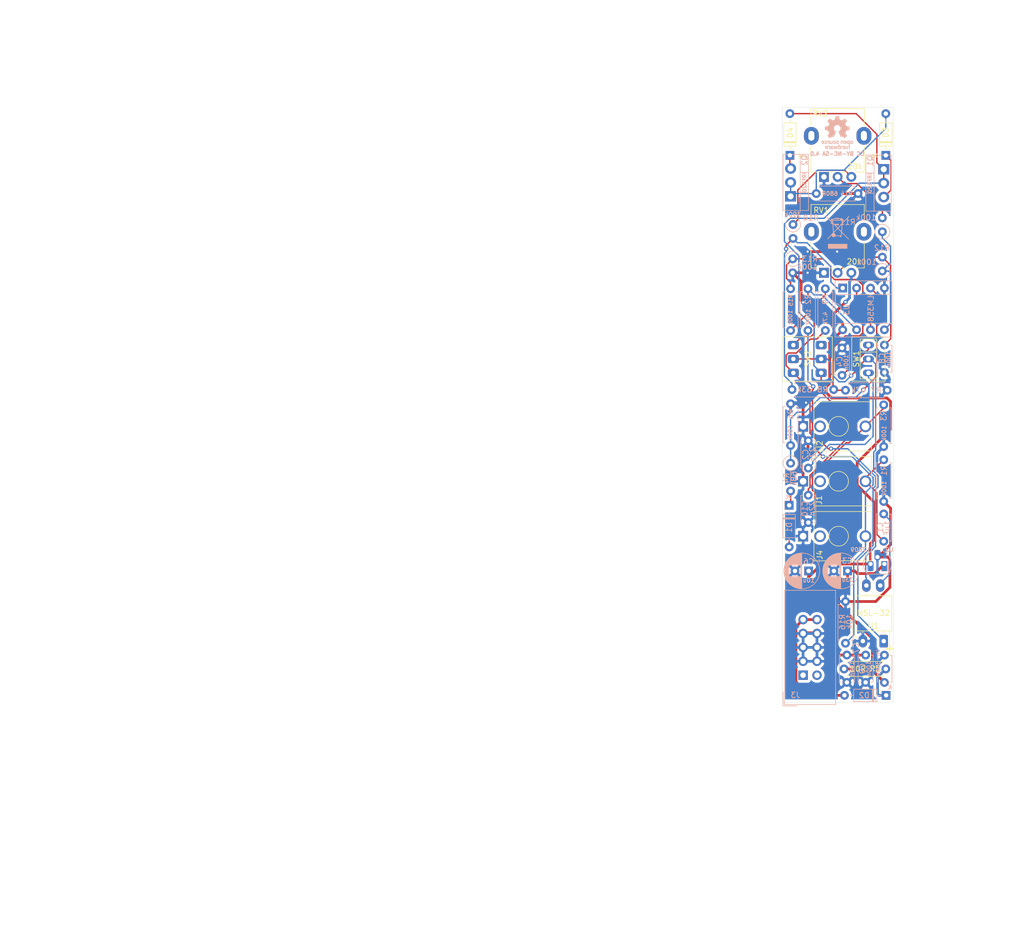
<source format=kicad_pcb>
(kicad_pcb (version 20171130) (host pcbnew "(5.1.4)-1")
  (layers (0 F.Cu signal) (31 B.Cu signal) (34 B.Paste user) (35 F.Paste user) (36 B.SilkS user) (37 F.SilkS user) (38 B.Mask user) (39 F.Mask user) (44 Edge.Cuts user))
  (net 0 "")
  (net 1 "Net-(C1-Pad2)")
  (net 2 "Net-(C1-Pad1)")
  (net 3 Earth)
  (net 4 "Net-(C2-Pad1)")
  (net 5 "Net-(C3-Pad1)")
  (net 6 "Net-(C4-Pad1)")
  (net 7 +9V)
  (net 8 "Net-(C8-Pad1)")
  (net 9 "Net-(C10-Pad1)")
  (net 10 "Net-(D1-Pad2)")
  (net 11 "Net-(D1-Pad1)")
  (net 12 "Net-(D2-Pad2)")
  (net 13 +12V)
  (net 14 "Net-(D3-Pad2)")
  (net 15 "Net-(D3-Pad1)")
  (net 16 "Net-(D4-Pad1)")
  (net 17 "Net-(J4-PadT)")
  (net 18 FREQUENCY)
  (net 19 "Net-(R2-Pad1)")
  (net 20 "Net-(R4-Pad1)")
  (net 21 "Net-(R7-Pad2)")
  (net 22 "Net-(R10-Pad2)")
  (net 23 "Net-(R9-Pad2)")
  (net 24 "Net-(R10-Pad1)")
  (net 25 "Net-(R11-Pad2)")
  (net 26 "Net-(R11-Pad1)")
  (net 27 "Net-(R13-Pad1)")
  (net 28 "Net-(SW1-Pad2)")
  (net 29 "Net-(SW2-Pad6)")
  (net 30 "Net-(J3-Pad2)")
  (net 31 "Net-(J3-Pad1)")
  (module Symbol:WEEE-Logo_4.2x6mm_SilkScreen (layer B.Cu) (at 229.8192 59.8932 180)
    (fp_text reference J26 hide)
    (fp_text value WEEE hide)
  )
  (module Symbol:OSHW-Logo_5.7x6mm_SilkScreen (layer B.Cu) (at 229.7684 41.7068 180)
    (fp_text reference J27 hide)
    (fp_text value OSHW hide)
  )
  (module Capacitor_THT:C_Disc_D4.7mm_W2.5mm_P5.00mm (layer B.Cu) (at 238.379 142.1765 90)
    (fp_text reference C5 (at 5.588 -1.143 270) (layer B.SilkS) (effects (font (size 0.5 0.5) (thickness 0.1)) (justify mirror)))
    (fp_text value 330n (at 2.54 -1.143 270) (layer B.SilkS) (effects (font (size 0.75 0.75)) (justify mirror)))
    (pad 2 thru_hole circle (at 5 0 90) (size 1.6 1.6) (drill 0.8) (layers *.Cu *.Mask) (net 3 Earth))
    (pad 1 thru_hole circle (at 0 0 90) (size 1.6 1.6) (drill 0.8) (layers *.Cu *.Mask) (net 5 "Net-(C3-Pad1)"))
  )
  (module Resistor_THT:R_Axial_DIN0207_L6.3mm_D2.5mm_P5.08mm_Vertical (layer B.Cu) (at 221.234 102.108 270)
    (fp_text reference R4 (at 2.7305 0.762 90) (layer B.SilkS) (effects (justify mirror)))
    (fp_text value 68k (at 2.794 -0.635 90) (layer B.SilkS) (effects (justify mirror)))
    (pad 2 thru_hole oval (at 5.08 0 270) (size 1.6 1.6) (drill 0.8) (layers *.Cu *.Mask) (net 11 "Net-(D1-Pad1)"))
    (pad 1 thru_hole circle (at 0 0 270) (size 1.6 1.6) (drill 0.8) (layers *.Cu *.Mask) (net 20 "Net-(R4-Pad1)"))
  )
  (module Resistor_THT:R_Axial_DIN0207_L6.3mm_D2.5mm_P2.54mm_Vertical (layer B.Cu) (at 221.615 64.77 270)
    (fp_text reference R13 (at 0 -3.1115 180) (layer B.SilkS) (effects (justify mirror)))
    (fp_text value 100k (at 1.4605 -2.7305 180) (layer B.SilkS) (effects (justify mirror)))
    (pad 2 thru_hole oval (at 2.54 0 270) (size 1.6 1.6) (drill 0.8) (layers *.Cu *.Mask) (net 3 Earth))
    (pad 1 thru_hole circle (at 0 0 270) (size 1.6 1.6) (drill 0.8) (layers *.Cu *.Mask) (net 27 "Net-(R13-Pad1)"))
  )
  (module Resistor_THT:R_Axial_DIN0207_L6.3mm_D2.5mm_P2.54mm_Vertical (layer B.Cu) (at 237.998 66.9925 90)
    (fp_text reference R12 (at 4.2545 -0.0635 180) (layer B.SilkS) (effects (justify mirror)))
    (fp_text value 100k (at 1.651 -2.8575 180) (layer B.SilkS) (effects (justify mirror)))
    (pad 2 thru_hole oval (at 2.54 0 90) (size 1.6 1.6) (drill 0.8) (layers *.Cu *.Mask) (net 8 "Net-(C8-Pad1)"))
    (pad 1 thru_hole circle (at 0 0 90) (size 1.6 1.6) (drill 0.8) (layers *.Cu *.Mask) (net 26 "Net-(R11-Pad1)"))
  )
  (module Resistor_THT:R_Axial_DIN0207_L6.3mm_D2.5mm_P2.54mm_Vertical (layer B.Cu) (at 237.998 59.817 90)
    (fp_text reference R11 (at 1.778 -6.35 180) (layer B.SilkS) (effects (justify mirror)))
    (fp_text value 100k (at 2.6035 -2.9845 180) (layer B.SilkS) (effects (justify mirror)))
    (pad 2 thru_hole oval (at 2.54 0 90) (size 1.6 1.6) (drill 0.8) (layers *.Cu *.Mask) (net 25 "Net-(R11-Pad2)"))
    (pad 1 thru_hole circle (at 0 0 90) (size 1.6 1.6) (drill 0.8) (layers *.Cu *.Mask) (net 26 "Net-(R11-Pad1)"))
  )
  (module Resistor_THT:R_Axial_DIN0207_L6.3mm_D2.5mm_P2.54mm_Vertical (layer B.Cu) (at 221.6785 58.4835 270)
    (fp_text reference R10 (at -1.2065 -3.2385 180) (layer B.SilkS) (effects (justify mirror)))
    (fp_text value 390k (at -1.8415 0 180) (layer B.SilkS) (effects (font (size 0.8 0.8)) (justify mirror)))
    (pad 2 thru_hole oval (at 2.54 0 270) (size 1.6 1.6) (drill 0.8) (layers *.Cu *.Mask) (net 22 "Net-(R10-Pad2)"))
    (pad 1 thru_hole circle (at 0 0 270) (size 1.6 1.6) (drill 0.8) (layers *.Cu *.Mask) (net 24 "Net-(R10-Pad1)"))
  )
  (module Connector_Audio:Jack_3.5mm_QingPu_WQP-PJ398SM_Vertical_CircularHoles (layer F.Cu) (at 223.52 105.41 90)
    (fp_text reference J1 (at -3.429 2.921 270) (layer F.SilkS))
    (fp_text value AudioJack2)
    (pad T thru_hole circle (at 0 11.4 270) (size 2.13 2.13) (drill 1.43) (layers *.Cu *.Mask) (net 1 "Net-(C1-Pad2)"))
    (pad S thru_hole rect (at 0 0 270) (size 1.93 1.83) (drill 1.22) (layers *.Cu *.Mask) (net 3 Earth))
    (pad TN thru_hole circle (at 0 3.1 270) (size 2.13 2.13) (drill 1.42) (layers *.Cu *.Mask))
  )
  (module Resistor_THT:R_Axial_DIN0207_L6.3mm_D2.5mm_P7.62mm_Horizontal (layer B.Cu) (at 231.267 135.001 90)
    (fp_text reference R16 (at 3.8735 -0.5715 90) (layer B.SilkS) (effects (justify mirror)))
    (fp_text value 10k (at 3.937 0.6985 90) (layer B.SilkS) (effects (justify mirror)))
    (pad 2 thru_hole oval (at 7.62 0 90) (size 1.6 1.6) (drill 0.8) (layers *.Cu *.Mask) (net 3 Earth))
    (pad 1 thru_hole circle (at 0 0 90) (size 1.6 1.6) (drill 0.8) (layers *.Cu *.Mask) (net 17 "Net-(J4-PadT)"))
  )
  (module Resistor_THT:R_Axial_DIN0207_L6.3mm_D2.5mm_P7.62mm_Horizontal (layer B.Cu) (at 221.234 98.8695 90)
    (fp_text reference R6 (at 5.715 0 90) (layer B.SilkS) (effects (justify mirror)))
    (fp_text value 100k (at 2.3495 -0.0635 90) (layer B.SilkS) (effects (font (size 0.75 0.75)) (justify mirror)))
    (pad 2 thru_hole oval (at 7.62 0 90) (size 1.6 1.6) (drill 0.8) (layers *.Cu *.Mask) (net 3 Earth))
    (pad 1 thru_hole circle (at 0 0 90) (size 1.6 1.6) (drill 0.8) (layers *.Cu *.Mask) (net 20 "Net-(R4-Pad1)"))
  )
  (module Resistor_THT:R_Axial_DIN0207_L6.3mm_D2.5mm_P7.62mm_Horizontal (layer B.Cu) (at 221.234 77.851 90)
    (fp_text reference R15 (at 5.5245 0 90) (layer B.SilkS) (effects (font (size 0.75 0.75)) (justify mirror)))
    (fp_text value 100k (at 2.3495 -0.0635 90) (layer B.SilkS) (effects (font (size 0.75 0.75)) (justify mirror)))
    (pad 2 thru_hole oval (at 7.62 0 90) (size 1.6 1.6) (drill 0.8) (layers *.Cu *.Mask) (net 27 "Net-(R13-Pad1)"))
    (pad 1 thru_hole circle (at 0 0 90) (size 1.6 1.6) (drill 0.8) (layers *.Cu *.Mask) (net 18 FREQUENCY))
  )
  (module Resistor_THT:R_Axial_DIN0207_L6.3mm_D2.5mm_P7.62mm_Horizontal (layer B.Cu) (at 238.252 101.473 270)
    (fp_text reference R1 (at 1.9685 -0.0635 90) (layer B.SilkS) (effects (justify mirror)))
    (fp_text value 100k (at 5.2705 -0.0635 90) (layer B.SilkS) (effects (font (size 0.75 0.75)) (justify mirror)))
    (pad 2 thru_hole oval (at 7.62 0 270) (size 1.6 1.6) (drill 0.8) (layers *.Cu *.Mask) (net 3 Earth))
    (pad 1 thru_hole circle (at 0 0 270) (size 1.6 1.6) (drill 0.8) (layers *.Cu *.Mask) (net 1 "Net-(C1-Pad2)"))
  )
  (module Resistor_THT:R_Axial_DIN0207_L6.3mm_D2.5mm_P7.62mm_Horizontal (layer B.Cu) (at 238.252 91.44 270)
    (fp_text reference R3 (at 1.9685 0 90) (layer B.SilkS) (effects (justify mirror)))
    (fp_text value 100k (at 5.207 -0.0635 90) (layer B.SilkS) (effects (font (size 0.75 0.75)) (justify mirror)))
    (pad 2 thru_hole oval (at 7.62 0 270) (size 1.6 1.6) (drill 0.8) (layers *.Cu *.Mask) (net 3 Earth))
    (pad 1 thru_hole circle (at 0 0 270) (size 1.6 1.6) (drill 0.8) (layers *.Cu *.Mask) (net 10 "Net-(D1-Pad2)"))
  )
  (module Resistor_THT:R_Axial_DIN0207_L6.3mm_D2.5mm_P7.62mm_Horizontal (layer B.Cu) (at 221.488 88.646)
    (fp_text reference R8 (at 5.588 0) (layer B.SilkS) (effects (justify mirror)))
    (fp_text value 33k (at 2.286 0) (layer B.SilkS) (effects (justify mirror)))
    (pad 2 thru_hole oval (at 7.62 0) (size 1.6 1.6) (drill 0.8) (layers *.Cu *.Mask) (net 21 "Net-(R7-Pad2)"))
    (pad 1 thru_hole circle (at 0 0) (size 1.6 1.6) (drill 0.8) (layers *.Cu *.Mask) (net 22 "Net-(R10-Pad2)"))
  )
  (module Resistor_THT:R_Axial_DIN0207_L6.3mm_D2.5mm_P7.62mm_Horizontal (layer B.Cu) (at 238.887 88.773 180)
    (fp_text reference R7 (at 2.032 0) (layer B.SilkS) (effects (justify mirror)))
    (fp_text value 47k (at 5.207 0) (layer B.SilkS) (effects (justify mirror)))
    (pad 2 thru_hole oval (at 7.62 0 180) (size 1.6 1.6) (drill 0.8) (layers *.Cu *.Mask) (net 21 "Net-(R7-Pad2)"))
    (pad 1 thru_hole circle (at 0 0 180) (size 1.6 1.6) (drill 0.8) (layers *.Cu *.Mask) (net 3 Earth))
  )
  (module Package_DIP:DIP-8_W7.62mm_Socket (layer B.Cu) (at 230.759 70.104 270)
    (fp_text reference U3 (at 3.937 -0.6985 90) (layer B.SilkS) (effects (justify mirror)))
    (fp_text value LM358 (at 3.7465 -5.1435 90) (layer B.SilkS) (effects (justify mirror)))
    (pad 8 thru_hole oval (at 7.62 0 270) (size 1.6 1.6) (drill 0.8) (layers *.Cu *.Mask) (net 7 +9V))
    (pad 4 thru_hole oval (at 0 -7.62 270) (size 1.6 1.6) (drill 0.8) (layers *.Cu *.Mask) (net 3 Earth))
    (pad 7 thru_hole oval (at 7.62 -2.54 270) (size 1.6 1.6) (drill 0.8) (layers *.Cu *.Mask) (net 18 FREQUENCY))
    (pad 3 thru_hole oval (at 0 -5.08 270) (size 1.6 1.6) (drill 0.8) (layers *.Cu *.Mask) (net 20 "Net-(R4-Pad1)"))
    (pad 6 thru_hole oval (at 7.62 -5.08 270) (size 1.6 1.6) (drill 0.8) (layers *.Cu *.Mask) (net 27 "Net-(R13-Pad1)"))
    (pad 2 thru_hole oval (at 0 -2.54 270) (size 1.6 1.6) (drill 0.8) (layers *.Cu *.Mask) (net 21 "Net-(R7-Pad2)"))
    (pad 5 thru_hole oval (at 7.62 -7.62 270) (size 1.6 1.6) (drill 0.8) (layers *.Cu *.Mask) (net 26 "Net-(R11-Pad1)"))
    (pad 1 thru_hole rect (at 0 0 270) (size 1.6 1.6) (drill 0.8) (layers *.Cu *.Mask) (net 22 "Net-(R10-Pad2)"))
  )
  (module Package_TO_SOT_THT:TO-92_HandSolder (layer B.Cu) (at 238.379 120.523 180)
    (fp_text reference U2 (at -0.889 2.6035) (layer B.SilkS) (effects (font (size 0.75 0.75)) (justify mirror)))
    (fp_text value L7809 (at 4.445 2.6035) (layer B.SilkS) (effects (font (size 0.75 0.75)) (justify mirror)))
    (pad 1 thru_hole rect (at 0 0 180) (size 1.1 1.8) (drill 0.75 (offset 0 -0.4)) (layers *.Cu *.Mask) (net 5 "Net-(C3-Pad1)"))
    (pad 3 thru_hole roundrect (at 2.54 0 180) (size 1.1 1.8) (drill 0.75 (offset 0 -0.4)) (layers *.Cu *.Mask) (net 7 +9V))
    (pad 2 thru_hole roundrect (at 1.27 1.27 180) (size 1.1 1.8) (drill 0.75 (offset 0 0.4)) (layers *.Cu *.Mask) (net 3 Earth))
  )
  (module OptoDevice:Luna_NSL-32 (layer F.Cu) (at 238.252 134.62 90)
    (fp_text reference U1 (at 2.794 -1.905) (layer F.SilkS))
    (fp_text value NSL-32 (at 5.13 -1.8415) (layer F.SilkS))
    (pad 4 thru_hole oval (at 10.16 -0.64 90) (size 2.29 1.57) (drill 0.81) (layers *.Cu *.Mask) (net 2 "Net-(C1-Pad1)"))
    (pad 3 thru_hole oval (at 10.16 -3.17 90) (size 2.29 1.57) (drill 0.81) (layers *.Cu *.Mask) (net 28 "Net-(SW1-Pad2)"))
    (pad 2 thru_hole oval (at 0 -3.81 90) (size 2.29 1.57) (drill 0.81) (layers *.Cu *.Mask) (net 3 Earth))
    (pad 1 thru_hole roundrect (at 0 0 90) (size 2.29 1.57) (drill 0.81) (layers *.Cu *.Mask) (roundrect_rratio 0.159) (net 19 "Net-(R2-Pad1)"))
  )
  (module RS:submicrothonk (layer F.Cu) (at 224.155 83.058)
    (fp_text reference SW2 (at 0.1905 -0.0635 90) (layer F.SilkS))
    (fp_text value SW_DPDT_x2)
    (pad 6 thru_hole roundrect (at 2.667 -2.54) (size 2 1.524) (drill 0.8) (layers *.Cu *.Mask) (net 29 "Net-(SW2-Pad6)"))
    (pad 5 thru_hole roundrect (at 2.667 0) (size 2 1.524) (drill 0.8) (layers *.Cu *.Mask) (net 28 "Net-(SW1-Pad2)"))
    (pad 4 thru_hole roundrect (at 2.667 2.54) (size 2 1.524) (drill 0.8) (layers *.Cu *.Mask) (net 9 "Net-(C10-Pad1)"))
    (pad 3 thru_hole roundrect (at -2.413 -2.54) (size 2 1.524) (drill 0.8) (layers *.Cu *.Mask) (net 23 "Net-(R9-Pad2)"))
    (pad 2 thru_hole roundrect (at -2.413 0) (size 2 1.524) (drill 0.8) (layers *.Cu *.Mask) (net 28 "Net-(SW1-Pad2)"))
    (pad 1 thru_hole roundrect (at -2.413 2.54) (size 2 1.524) (drill 0.8) (layers *.Cu *.Mask) (net 17 "Net-(J4-PadT)"))
  )
  (module RS:sub-mini-spdt-thonk (layer F.Cu) (at 235.331 83.058 180)
    (fp_text reference SW1 (at 2.0955 0 270) (layer F.SilkS))
    (fp_text value SW_SPDT)
    (pad 3 thru_hole oval (at -0.127 -2.54 270) (size 1.2 2) (drill 0.8) (layers *.Cu *.Mask) (net 4 "Net-(C2-Pad1)"))
    (pad 2 thru_hole oval (at -0.127 0 270) (size 1.2 2) (drill 0.8) (layers *.Cu *.Mask) (net 28 "Net-(SW1-Pad2)"))
    (pad 1 thru_hole oval (at -0.127 2.54 270) (size 1.2 2) (drill 0.8) (layers *.Cu *.Mask) (net 6 "Net-(C4-Pad1)"))
  )
  (module Potentiometer_THT:Potentiometer_Alpha_RD901F-40-00D_Single_Vertical (layer F.Cu) (at 227.33 49.784 90)
    (fp_text reference RV2 (at 11.557 -0.6985) (layer F.SilkS))
    (fp_text value 20k (at 1.905 5.6515) (layer F.SilkS))
    (pad "" thru_hole oval (at 7.5 -2.3 180) (size 2.72 3.24) (drill oval 1.1 1.8) (layers *.Cu *.Mask))
    (pad "" thru_hole oval (at 7.5 7.3 180) (size 2.72 3.24) (drill oval 1.1 1.8) (layers *.Cu *.Mask))
    (pad 3 thru_hole circle (at 0 5 180) (size 1.8 1.8) (drill 1) (layers *.Cu *.Mask) (net 24 "Net-(R10-Pad1)"))
    (pad 2 thru_hole circle (at 0 2.5 180) (size 1.8 1.8) (drill 1) (layers *.Cu *.Mask) (net 25 "Net-(R11-Pad2)"))
    (pad 1 thru_hole rect (at 0 0 180) (size 1.8 1.8) (drill 1) (layers *.Cu *.Mask) (net 3 Earth))
  )
  (module Potentiometer_THT:Potentiometer_Alpha_RD901F-40-00D_Single_Vertical (layer F.Cu) (at 227.33 67.31 90)
    (fp_text reference RV1 (at 11.43 -0.508) (layer F.SilkS))
    (fp_text value 20k (at 2.032 5.5245) (layer F.SilkS))
    (pad "" thru_hole oval (at 7.5 -2.3 180) (size 2.72 3.24) (drill oval 1.1 1.8) (layers *.Cu *.Mask))
    (pad "" thru_hole oval (at 7.5 7.3 180) (size 2.72 3.24) (drill oval 1.1 1.8) (layers *.Cu *.Mask))
    (pad 3 thru_hole circle (at 0 5 180) (size 1.8 1.8) (drill 1) (layers *.Cu *.Mask) (net 7 +9V))
    (pad 2 thru_hole circle (at 0 2.5 180) (size 1.8 1.8) (drill 1) (layers *.Cu *.Mask) (net 8 "Net-(C8-Pad1)"))
    (pad 1 thru_hole rect (at 0 0 180) (size 1.8 1.8) (drill 1) (layers *.Cu *.Mask) (net 3 Earth))
  )
  (module Resistor_THT:R_Axial_DIN0207_L6.3mm_D2.5mm_P7.62mm_Horizontal (layer B.Cu) (at 233.553 52.832 180)
    (fp_text reference R14 (at 2.0955 0) (layer B.SilkS) (effects (font (size 0.75 0.75)) (justify mirror)))
    (fp_text value 680R (at 5.1435 0) (layer B.SilkS) (effects (font (size 0.75 0.75)) (justify mirror)))
    (pad 2 thru_hole oval (at 7.62 0 180) (size 1.6 1.6) (drill 0.8) (layers *.Cu *.Mask) (net 14 "Net-(D3-Pad2)"))
    (pad 1 thru_hole circle (at 0 0 180) (size 1.6 1.6) (drill 0.8) (layers *.Cu *.Mask) (net 3 Earth))
  )
  (module Resistor_THT:R_Axial_DIN0207_L6.3mm_D2.5mm_P7.62mm_Horizontal (layer B.Cu) (at 227.584 77.851 90)
    (fp_text reference R9 (at 5.715 0 90) (layer B.SilkS) (effects (justify mirror)))
    (fp_text value 4.7k (at 2.2225 0 90) (layer B.SilkS) (effects (font (size 0.75 0.75)) (justify mirror)))
    (pad 2 thru_hole oval (at 7.62 0 90) (size 1.6 1.6) (drill 0.8) (layers *.Cu *.Mask) (net 23 "Net-(R9-Pad2)"))
    (pad 1 thru_hole circle (at 0 0 90) (size 1.6 1.6) (drill 0.8) (layers *.Cu *.Mask) (net 17 "Net-(J4-PadT)"))
  )
  (module Resistor_THT:R_Axial_DIN0207_L6.3mm_D2.5mm_P7.62mm_Horizontal (layer F.Cu) (at 231.013 139.7)
    (fp_text reference R5 (at 5.715 -0.0635) (layer F.SilkS))
    (fp_text value 10R (at 2.54 0) (layer F.SilkS))
    (pad 2 thru_hole oval (at 7.62 0) (size 1.6 1.6) (drill 0.8) (layers *.Cu *.Mask) (net 13 +12V))
    (pad 1 thru_hole circle (at 0 0) (size 1.6 1.6) (drill 0.8) (layers *.Cu *.Mask) (net 5 "Net-(C3-Pad1)"))
  )
  (module Resistor_THT:R_Axial_DIN0207_L6.3mm_D2.5mm_P7.62mm_Horizontal (layer B.Cu) (at 224.409 77.851 90)
    (fp_text reference R2 (at 5.715 0 90) (layer B.SilkS) (effects (justify mirror)))
    (fp_text value 100R (at 2.4765 0.0635 90) (layer B.SilkS) (effects (font (size 0.75 0.75)) (justify mirror)))
    (pad 2 thru_hole oval (at 7.62 0 90) (size 1.6 1.6) (drill 0.8) (layers *.Cu *.Mask) (net 18 FREQUENCY))
    (pad 1 thru_hole circle (at 0 0 90) (size 1.6 1.6) (drill 0.8) (layers *.Cu *.Mask) (net 19 "Net-(R2-Pad1)"))
  )
  (module Package_TO_SOT_THT:TO-220-3_Vertical (layer B.Cu) (at 221.234 53.34 90)
    (fp_text reference Q2 (at 6.604 2.54 90) (layer B.SilkS) (effects (justify mirror)))
    (fp_text value IRF520 (at 2.54 2.54 90) (layer B.SilkS) (effects (font (size 0.7 0.7)) (justify mirror)))
    (pad 3 thru_hole oval (at 5.08 0 90) (size 1.905 2) (drill 1.1) (layers *.Cu *.Mask) (net 16 "Net-(D4-Pad1)"))
    (pad 2 thru_hole oval (at 2.54 0 90) (size 1.905 2) (drill 1.1) (layers *.Cu *.Mask) (net 14 "Net-(D3-Pad2)"))
    (pad 1 thru_hole rect (at 0 0 90) (size 1.905 2) (drill 1.1) (layers *.Cu *.Mask) (net 14 "Net-(D3-Pad2)"))
  )
  (module Package_TO_SOT_THT:TO-220-3_Vertical (layer B.Cu) (at 238.252 48.387 270)
    (fp_text reference Q1 (at -1.524 2.4765 270) (layer B.SilkS) (effects (justify mirror)))
    (fp_text value IRF520 (at 2.54 2.54 90) (layer B.SilkS) (effects (font (size 0.7 0.7)) (justify mirror)))
    (pad 3 thru_hole oval (at 5.08 0 270) (size 1.905 2) (drill 1.1) (layers *.Cu *.Mask) (net 15 "Net-(D3-Pad1)"))
    (pad 2 thru_hole oval (at 2.54 0 270) (size 1.905 2) (drill 1.1) (layers *.Cu *.Mask) (net 9 "Net-(C10-Pad1)"))
    (pad 1 thru_hole rect (at 0 0 270) (size 1.905 2) (drill 1.1) (layers *.Cu *.Mask) (net 9 "Net-(C10-Pad1)"))
  )
  (module Connector_Audio:Jack_3.5mm_QingPu_WQP-PJ398SM_Vertical_CircularHoles (layer F.Cu) (at 223.52 115.443 90)
    (fp_text reference J4 (at -3.429 3.048 270) (layer F.SilkS))
    (fp_text value AudioJack2)
    (pad T thru_hole circle (at 0 11.4 270) (size 2.13 2.13) (drill 1.43) (layers *.Cu *.Mask) (net 17 "Net-(J4-PadT)"))
    (pad S thru_hole rect (at 0 0 270) (size 1.93 1.83) (drill 1.22) (layers *.Cu *.Mask) (net 3 Earth))
    (pad TN thru_hole circle (at 0 3.1 270) (size 2.13 2.13) (drill 1.42) (layers *.Cu *.Mask))
  )
  (module Connector_IDC:IDC-Header_2x05_P2.54mm_Vertical (layer B.Cu) (at 223.52 140.843)
    (fp_text reference J3 (at -1.397 3.6195) (layer B.SilkS) (effects (justify mirror)))
    (fp_text value Conn_02x05_Odd_Even)
    (pad 10 thru_hole oval (at 2.54 -10.16) (size 1.7272 1.7272) (drill 1.016) (layers *.Cu *.Mask) (net 12 "Net-(D2-Pad2)"))
    (pad 9 thru_hole oval (at 0 -10.16) (size 1.7272 1.7272) (drill 1.016) (layers *.Cu *.Mask) (net 12 "Net-(D2-Pad2)"))
    (pad 8 thru_hole oval (at 2.54 -7.62) (size 1.7272 1.7272) (drill 1.016) (layers *.Cu *.Mask) (net 3 Earth))
    (pad 7 thru_hole oval (at 0 -7.62) (size 1.7272 1.7272) (drill 1.016) (layers *.Cu *.Mask) (net 3 Earth))
    (pad 6 thru_hole oval (at 2.54 -5.08) (size 1.7272 1.7272) (drill 1.016) (layers *.Cu *.Mask) (net 3 Earth))
    (pad 5 thru_hole oval (at 0 -5.08) (size 1.7272 1.7272) (drill 1.016) (layers *.Cu *.Mask) (net 3 Earth))
    (pad 4 thru_hole oval (at 2.54 -2.54) (size 1.7272 1.7272) (drill 1.016) (layers *.Cu *.Mask) (net 3 Earth))
    (pad 3 thru_hole oval (at 0 -2.54) (size 1.7272 1.7272) (drill 1.016) (layers *.Cu *.Mask) (net 3 Earth))
    (pad 2 thru_hole oval (at 2.54 0) (size 1.7272 1.7272) (drill 1.016) (layers *.Cu *.Mask) (net 30 "Net-(J3-Pad2)"))
    (pad 1 thru_hole rect (at 0 0) (size 1.7272 1.7272) (drill 1.016) (layers *.Cu *.Mask) (net 31 "Net-(J3-Pad1)"))
  )
  (module Connector_Audio:Jack_3.5mm_QingPu_WQP-PJ398SM_Vertical_CircularHoles (layer F.Cu) (at 223.52 95.377 90)
    (fp_text reference J2 (at -3.429 3.048 270) (layer F.SilkS))
    (fp_text value AudioJack2)
    (pad T thru_hole circle (at 0 11.4 270) (size 2.13 2.13) (drill 1.43) (layers *.Cu *.Mask) (net 10 "Net-(D1-Pad2)"))
    (pad S thru_hole rect (at 0 0 270) (size 1.93 1.83) (drill 1.22) (layers *.Cu *.Mask) (net 3 Earth))
    (pad TN thru_hole circle (at 0 3.1 270) (size 2.13 2.13) (drill 1.42) (layers *.Cu *.Mask))
  )
  (module Diode_THT:D_DO-35_SOD27_P7.62mm_Horizontal (layer F.Cu) (at 221.107 45.847 90)
    (fp_text reference D4 (at 4.1275 0.0635 270) (layer F.SilkS))
    (fp_text value 1N34A)
    (fp_text user K (at 0 2.0955 270) (layer F.SilkS))
    (pad 2 thru_hole oval (at 7.62 0 90) (size 1.6 1.6) (drill 0.8) (layers *.Cu *.Mask) (net 9 "Net-(C10-Pad1)"))
    (pad 1 thru_hole rect (at 0 0 90) (size 1.6 1.6) (drill 0.8) (layers *.Cu *.Mask) (net 16 "Net-(D4-Pad1)"))
  )
  (module Diode_THT:D_DO-35_SOD27_P7.62mm_Horizontal (layer F.Cu) (at 238.633 45.847 90)
    (fp_text reference D3 (at 4.191 0 270) (layer F.SilkS))
    (fp_text value 1N34A)
    (fp_text user K (at 0 -1.9685 270) (layer F.SilkS))
    (pad 2 thru_hole oval (at 7.62 0 90) (size 1.6 1.6) (drill 0.8) (layers *.Cu *.Mask) (net 14 "Net-(D3-Pad2)"))
    (pad 1 thru_hole rect (at 0 0 90) (size 1.6 1.6) (drill 0.8) (layers *.Cu *.Mask) (net 15 "Net-(D3-Pad1)"))
  )
  (module Diode_THT:D_DO-35_SOD27_P7.62mm_Horizontal (layer B.Cu) (at 238.6965 144.526 180)
    (fp_text reference D2 (at 4.0005 0) (layer B.SilkS) (effects (justify mirror)))
    (fp_text value D_Schottky)
    (fp_text user K (at -0.6985 1.4605) (layer B.SilkS) (effects (font (size 0.75 0.75)) (justify mirror)))
    (pad 2 thru_hole oval (at 7.62 0 180) (size 1.6 1.6) (drill 0.8) (layers *.Cu *.Mask) (net 12 "Net-(D2-Pad2)"))
    (pad 1 thru_hole rect (at 0 0 180) (size 1.6 1.6) (drill 0.8) (layers *.Cu *.Mask) (net 13 +12V))
  )
  (module Diode_THT:D_DO-35_SOD27_P7.62mm_Horizontal (layer B.Cu) (at 220.98 109.7915 270)
    (fp_text reference D1 (at 4.064 0 90) (layer B.SilkS) (effects (justify mirror)))
    (fp_text value 1N4148)
    (fp_text user K (at -1.4605 0 90) (layer B.SilkS) (effects (justify mirror)))
    (pad 2 thru_hole oval (at 7.62 0 270) (size 1.6 1.6) (drill 0.8) (layers *.Cu *.Mask) (net 10 "Net-(D1-Pad2)"))
    (pad 1 thru_hole rect (at 0 0 270) (size 1.6 1.6) (drill 0.8) (layers *.Cu *.Mask) (net 11 "Net-(D1-Pad1)"))
  )
  (module Capacitor_THT:C_Disc_D4.7mm_W2.5mm_P5.00mm (layer B.Cu) (at 224.4725 107.95 270)
    (fp_text reference C10 (at 2.4765 0.635 90) (layer B.SilkS) (effects (justify mirror)))
    (fp_text value 22n (at 2.413 -0.6985 90) (layer B.SilkS) (effects (justify mirror)))
    (pad 2 thru_hole circle (at 5 0 270) (size 1.6 1.6) (drill 0.8) (layers *.Cu *.Mask) (net 3 Earth))
    (pad 1 thru_hole circle (at 0 0 270) (size 1.6 1.6) (drill 0.8) (layers *.Cu *.Mask) (net 9 "Net-(C10-Pad1)"))
  )
  (module Capacitor_THT:C_Disc_D4.7mm_W2.5mm_P5.00mm (layer B.Cu) (at 234.95 137.16 270)
    (fp_text reference C9 (at 2.4765 0.5715 270) (layer B.SilkS) (effects (justify mirror)))
    (fp_text value 100n (at 2.54 -0.5715 270) (layer B.SilkS) (effects (font (size 0.75 0.75)) (justify mirror)))
    (pad 2 thru_hole circle (at 5 0 270) (size 1.6 1.6) (drill 0.8) (layers *.Cu *.Mask) (net 3 Earth))
    (pad 1 thru_hole circle (at 0 0 270) (size 1.6 1.6) (drill 0.8) (layers *.Cu *.Mask) (net 7 +9V))
  )
  (module Capacitor_THT:C_Disc_D4.7mm_W2.5mm_P5.00mm (layer B.Cu) (at 238.379 80.518 270)
    (fp_text reference C8 (at 2.413 0.4445 90) (layer B.SilkS) (effects (justify mirror)))
    (fp_text value 100n (at 2.6035 -0.762 90) (layer B.SilkS) (effects (font (size 0.75 0.75)) (justify mirror)))
    (pad 2 thru_hole circle (at 5 0 270) (size 1.6 1.6) (drill 0.8) (layers *.Cu *.Mask) (net 3 Earth))
    (pad 1 thru_hole circle (at 0 0 270) (size 1.6 1.6) (drill 0.8) (layers *.Cu *.Mask) (net 8 "Net-(C8-Pad1)"))
  )
  (module Capacitor_THT:C_Disc_D4.7mm_W2.5mm_P5.00mm (layer B.Cu) (at 231.521 137.16 270)
    (fp_text reference C7 (at -1.27 -1.651 270) (layer B.SilkS) (effects (justify mirror)))
    (fp_text value 100n (at 2.54 -0.889 270) (layer B.SilkS) (effects (font (size 0.75 0.75)) (justify mirror)))
    (pad 2 thru_hole circle (at 5 0 270) (size 1.6 1.6) (drill 0.8) (layers *.Cu *.Mask) (net 3 Earth))
    (pad 1 thru_hole circle (at 0 0 270) (size 1.6 1.6) (drill 0.8) (layers *.Cu *.Mask) (net 7 +9V))
  )
  (module Capacitor_THT:CP_Radial_D6.3mm_P2.50mm (layer B.Cu) (at 224.536 121.793 180)
    (fp_text reference C6 (at 0 1.7145) (layer B.SilkS) (effects (justify mirror)))
    (fp_text value 10u (at 0 -1.7145) (layer B.SilkS) (effects (font (size 0.75 0.75)) (justify mirror)))
    (pad 2 thru_hole circle (at 2.5 0 180) (size 1.6 1.6) (drill 0.8) (layers *.Cu *.Mask) (net 3 Earth))
    (pad 1 thru_hole rect (at 0 0 180) (size 1.6 1.6) (drill 0.8) (layers *.Cu *.Mask) (net 7 +9V))
  )
  (module Capacitor_THT:C_Disc_D4.7mm_W2.5mm_P5.00mm (layer B.Cu) (at 230.632 86.0425 90)
    (fp_text reference C4 (at 2.5 -0.4445 90) (layer B.SilkS) (effects (justify mirror)))
    (fp_text value 100n (at 2.3495 0.762 90) (layer B.SilkS) (effects (font (size 0.75 0.75)) (justify mirror)))
    (pad 2 thru_hole circle (at 5 0 90) (size 1.6 1.6) (drill 0.8) (layers *.Cu *.Mask) (net 3 Earth))
    (pad 1 thru_hole circle (at 0 0 90) (size 1.6 1.6) (drill 0.8) (layers *.Cu *.Mask) (net 6 "Net-(C4-Pad1)"))
  )
  (module Capacitor_THT:CP_Radial_D6.3mm_P2.50mm (layer B.Cu) (at 231.648 121.793 180)
    (fp_text reference C3 (at 0.0635 1.8415) (layer B.SilkS) (effects (justify mirror)))
    (fp_text value 33u (at 0 -1.5875) (layer B.SilkS) (effects (font (size 0.75 0.75)) (justify mirror)))
    (pad 2 thru_hole circle (at 2.5 0 180) (size 1.6 1.6) (drill 0.8) (layers *.Cu *.Mask) (net 3 Earth))
    (pad 1 thru_hole rect (at 0 0 180) (size 1.6 1.6) (drill 0.8) (layers *.Cu *.Mask) (net 5 "Net-(C3-Pad1)"))
  )
  (module Capacitor_THT:C_Disc_D4.7mm_W2.5mm_P5.00mm (layer B.Cu) (at 224.4725 102.997 90)
    (fp_text reference C2 (at 2.4765 -0.508 90) (layer B.SilkS) (effects (justify mirror)))
    (fp_text value 22n (at 2.4765 0.762 90) (layer B.SilkS) (effects (justify mirror)))
    (pad 2 thru_hole circle (at 5 0 90) (size 1.6 1.6) (drill 0.8) (layers *.Cu *.Mask) (net 3 Earth))
    (pad 1 thru_hole circle (at 0 0 90) (size 1.6 1.6) (drill 0.8) (layers *.Cu *.Mask) (net 4 "Net-(C2-Pad1)"))
  )
  (module Capacitor_THT:C_Disc_D4.7mm_W2.5mm_P5.00mm (layer B.Cu) (at 238.252 111.379 270)
    (fp_text reference C1 (at 2.5 0.635 90) (layer B.SilkS) (effects (justify mirror)))
    (fp_text value 1uF (at 2.6035 -0.5715 90) (layer B.SilkS) (effects (justify mirror)))
    (pad 2 thru_hole circle (at 5 0 270) (size 1.6 1.6) (drill 0.8) (layers *.Cu *.Mask) (net 1 "Net-(C1-Pad2)"))
    (pad 1 thru_hole circle (at 0 0 270) (size 1.6 1.6) (drill 0.8) (layers *.Cu *.Mask) (net 2 "Net-(C1-Pad1)"))
  )
  (gr_text "CC BY-NC-SA 4.0" (at 229.7684 45.5676) (layer B.SilkS) (effects (font (size 0.7 0.7) (thickness 0.175)) (justify mirror)))
  (gr_text - (at 232.9815 133.7945) (layer F.SilkS) (effects (font (size 1 1))))
  (gr_line (start 232.982 132.75) (end 232.9815 133.477) (layer F.SilkS) (width 0.12))
  (gr_text + (at 239.3315 135.89) (layer F.SilkS) (effects (font (size 1.5 1.5) (thickness 0.3))))
  (gr_line (start 219.71 145.796) (end 240.03 145.796) (layer Edge.Cuts) (width 0.05))
  (gr_line (start 219.71 37.084) (end 219.71 145.796) (layer Edge.Cuts) (width 0.05))
  (gr_line (start 240.03 37.084) (end 240.03 145.796) (layer Edge.Cuts) (width 0.05))
  (gr_line (start 219.71 37.084) (end 240.03 37.084) (layer Edge.Cuts) (width 0.05))
  (segment (start 234.92 104.805) (end 234.92 105.41) (width 0.25) (layer F.Cu) (net 1))
  (segment (start 238.252 101.473) (end 234.92 104.805) (width 0.25) (layer F.Cu) (net 1))
  (segment (start 237.010012 115.137012) (end 237.452001 115.579001) (width 0.25) (layer F.Cu) (net 1))
  (segment (start 237.452001 115.579001) (end 238.252 116.379) (width 0.25) (layer F.Cu) (net 1))
  (segment (start 237.010012 107.500012) (end 237.010012 115.137012) (width 0.25) (layer F.Cu) (net 1))
  (segment (start 234.92 105.41) (end 237.010012 107.500012) (width 0.25) (layer F.Cu) (net 1))
  (segment (start 239.051999 112.178999) (end 238.252 111.379) (width 0.25) (layer B.Cu) (net 2))
  (segment (start 239.377001 112.504001) (end 239.051999 112.178999) (width 0.25) (layer B.Cu) (net 2))
  (segment (start 239.377001 122.334999) (end 239.377001 112.504001) (width 0.25) (layer B.Cu) (net 2))
  (segment (start 237.612 124.1) (end 239.377001 122.334999) (width 0.25) (layer B.Cu) (net 2))
  (segment (start 237.612 124.46) (end 237.612 124.1) (width 0.25) (layer B.Cu) (net 2))
  (segment (start 237.228002 119.253) (end 237.109 119.253) (width 0.5) (layer F.Cu) (net 3))
  (segment (start 239.502001 116.979001) (end 237.228002 119.253) (width 0.5) (layer F.Cu) (net 3))
  (segment (start 239.502001 110.343001) (end 239.502001 116.979001) (width 0.5) (layer F.Cu) (net 3))
  (segment (start 238.252 109.093) (end 239.502001 110.343001) (width 0.5) (layer F.Cu) (net 3))
  (segment (start 232.39837 127.381) (end 231.267 127.381) (width 0.5) (layer F.Cu) (net 3))
  (segment (start 236.797567 127.381) (end 232.39837 127.381) (width 0.5) (layer F.Cu) (net 3))
  (segment (start 239.379001 124.799566) (end 236.797567 127.381) (width 0.5) (layer F.Cu) (net 3))
  (segment (start 239.379001 119.662999) (end 239.379001 124.799566) (width 0.5) (layer F.Cu) (net 3))
  (segment (start 238.969002 119.253) (end 239.379001 119.662999) (width 0.5) (layer F.Cu) (net 3))
  (segment (start 237.109 119.253) (end 238.969002 119.253) (width 0.5) (layer F.Cu) (net 3))
  (segment (start 223.158999 103.583999) (end 223.52 103.945) (width 0.5) (layer F.Cu) (net 3))
  (segment (start 223.52 103.945) (end 223.52 105.41) (width 0.5) (layer F.Cu) (net 3))
  (segment (start 223.158999 102.026191) (end 223.158999 103.583999) (width 0.5) (layer F.Cu) (net 3))
  (segment (start 224.409 100.77619) (end 223.158999 102.026191) (width 0.5) (layer F.Cu) (net 3))
  (segment (start 224.409 97.997) (end 224.409 100.77619) (width 0.5) (layer F.Cu) (net 3))
  (segment (start 223.52 97.0445) (end 224.4725 97.997) (width 0.5) (layer F.Cu) (net 3))
  (segment (start 223.52 95.377) (end 223.52 97.0445) (width 0.5) (layer F.Cu) (net 3))
  (segment (start 223.52 133.096) (end 226.06 133.096) (width 0.5) (layer F.Cu) (net 3))
  (segment (start 231.431999 81.842499) (end 230.632 81.0425) (width 0.5) (layer B.Cu) (net 3))
  (segment (start 236.127437 81.842499) (end 231.431999 81.842499) (width 0.5) (layer B.Cu) (net 3))
  (segment (start 237.579001 83.294063) (end 236.127437 81.842499) (width 0.5) (layer B.Cu) (net 3))
  (segment (start 237.579001 84.718001) (end 237.579001 83.294063) (width 0.5) (layer B.Cu) (net 3))
  (segment (start 238.379 85.518) (end 237.579001 84.718001) (width 0.5) (layer B.Cu) (net 3))
  (segment (start 239.178999 86.317999) (end 239.178999 86.651999) (width 0.5) (layer B.Cu) (net 3))
  (segment (start 238.379 85.518) (end 239.178999 86.317999) (width 0.5) (layer B.Cu) (net 3))
  (segment (start 239.178999 86.651999) (end 239.3315 86.8045) (width 0.5) (layer B.Cu) (net 3))
  (segment (start 221.615 67.31) (end 222.74637 67.31) (width 0.5) (layer F.Cu) (net 3))
  (segment (start 222.74637 67.31) (end 224.3455 67.31) (width 0.5) (layer F.Cu) (net 3))
  (segment (start 224.3455 67.31) (end 224.3455 67.31) (width 0.5) (layer F.Cu) (net 3))
  (via (at 224.3455 67.31) (size 0.8) (drill 0.4) (layers F.Cu B.Cu) (net 3))
  (segment (start 224.3455 67.31) (end 224.3455 63.4365) (width 0.5) (layer B.Cu) (net 3))
  (segment (start 224.3455 63.4365) (end 224.3455 63.4365) (width 0.5) (layer B.Cu) (net 3))
  (via (at 224.3455 63.4365) (size 0.8) (drill 0.4) (layers F.Cu B.Cu) (net 3))
  (segment (start 224.3455 63.4365) (end 229.743 63.4365) (width 0.5) (layer F.Cu) (net 3))
  (segment (start 229.743 63.4365) (end 229.743 63.4365) (width 0.5) (layer F.Cu) (net 3))
  (via (at 229.743 63.4365) (size 0.8) (drill 0.4) (layers F.Cu B.Cu) (net 3))
  (segment (start 223.158999 68.853999) (end 223.158999 72.346499) (width 0.5) (layer F.Cu) (net 3))
  (segment (start 221.615 67.31) (end 223.158999 68.853999) (width 0.5) (layer F.Cu) (net 3))
  (segment (start 223.158999 72.346499) (end 223.52 72.7075) (width 0.5) (layer F.Cu) (net 3))
  (segment (start 223.52 72.7075) (end 223.52 72.7075) (width 0.5) (layer F.Cu) (net 3))
  (via (at 223.52 72.7075) (size 0.8) (drill 0.4) (layers F.Cu B.Cu) (net 3))
  (segment (start 227.33 67.31) (end 227.33 67.436188) (width 0.5) (layer F.Cu) (net 3))
  (segment (start 232.42163 52.832) (end 233.553 52.832) (width 0.5) (layer F.Cu) (net 3))
  (segment (start 228.978 52.832) (end 232.42163 52.832) (width 0.5) (layer F.Cu) (net 3))
  (segment (start 227.33 51.184) (end 228.978 52.832) (width 0.5) (layer F.Cu) (net 3))
  (segment (start 227.33 49.784) (end 227.33 51.184) (width 0.5) (layer F.Cu) (net 3))
  (segment (start 221.4245 91.3765) (end 221.762859 91.038141) (width 0.5) (layer B.Cu) (net 3))
  (segment (start 221.762859 91.038141) (end 223.489293 91.038141) (width 0.5) (layer B.Cu) (net 3))
  (segment (start 223.52 95.377) (end 223.52 91.573119) (width 0.5) (layer F.Cu) (net 3))
  (segment (start 223.489293 91.038141) (end 224.054978 91.038141) (width 0.5) (layer B.Cu) (net 3))
  (segment (start 223.52 91.573119) (end 223.654979 91.43814) (width 0.5) (layer F.Cu) (net 3))
  (segment (start 223.654979 91.43814) (end 224.054978 91.038141) (width 0.5) (layer F.Cu) (net 3))
  (via (at 224.054978 91.038141) (size 0.8) (drill 0.4) (layers F.Cu B.Cu) (net 3))
  (segment (start 237.452001 99.859999) (end 238.252 99.06) (width 0.5) (layer B.Cu) (net 3))
  (segment (start 237.002 100.31) (end 237.452001 99.859999) (width 0.5) (layer B.Cu) (net 3))
  (segment (start 238.252 104.598789) (end 237.002 103.348789) (width 0.5) (layer B.Cu) (net 3))
  (segment (start 238.252 109.093) (end 238.252 104.598789) (width 0.5) (layer B.Cu) (net 3))
  (segment (start 237.002 103.348789) (end 237.002 100.31) (width 0.5) (layer B.Cu) (net 3))
  (segment (start 223.672501 112.150001) (end 224.4725 112.95) (width 0.5) (layer B.Cu) (net 3))
  (segment (start 223.222499 111.699999) (end 223.672501 112.150001) (width 0.5) (layer B.Cu) (net 3))
  (segment (start 223.222499 107.172501) (end 223.222499 111.699999) (width 0.5) (layer B.Cu) (net 3))
  (segment (start 223.52 106.875) (end 223.222499 107.172501) (width 0.5) (layer B.Cu) (net 3))
  (segment (start 223.52 105.41) (end 223.52 106.875) (width 0.5) (layer B.Cu) (net 3))
  (segment (start 235.458 86.448) (end 235.458 85.598) (width 0.25) (layer B.Cu) (net 4))
  (segment (start 236.310001 87.300001) (end 235.458 86.448) (width 0.25) (layer B.Cu) (net 4))
  (segment (start 224.4725 102.997) (end 225.272499 102.197001) (width 0.25) (layer B.Cu) (net 4))
  (segment (start 225.272499 102.197001) (end 225.272499 101.752501) (width 0.25) (layer B.Cu) (net 4))
  (segment (start 228.346 98.679) (end 234.823 98.679) (width 0.25) (layer B.Cu) (net 4))
  (segment (start 225.272499 101.752501) (end 228.346 98.679) (width 0.25) (layer B.Cu) (net 4))
  (segment (start 234.823 98.679) (end 236.310001 97.191999) (width 0.25) (layer B.Cu) (net 4))
  (segment (start 236.310001 97.191999) (end 236.310001 87.300001) (width 0.25) (layer B.Cu) (net 4))
  (segment (start 236.62899 122.27301) (end 238.379 120.523) (width 0.5) (layer F.Cu) (net 5))
  (segment (start 233.42801 122.27301) (end 236.62899 122.27301) (width 0.5) (layer F.Cu) (net 5))
  (segment (start 232.948 121.793) (end 233.42801 122.27301) (width 0.5) (layer F.Cu) (net 5))
  (segment (start 231.648 121.793) (end 232.948 121.793) (width 0.5) (layer F.Cu) (net 5))
  (segment (start 231.648 123.093) (end 231.648 121.793) (width 0.5) (layer F.Cu) (net 5))
  (segment (start 238.379 142.1765) (end 236.200001 139.997501) (width 0.5) (layer F.Cu) (net 5))
  (segment (start 236.200001 139.997501) (end 236.200001 134.164003) (width 0.5) (layer F.Cu) (net 5))
  (segment (start 236.200001 134.164003) (end 230.016999 127.981001) (width 0.5) (layer F.Cu) (net 5))
  (segment (start 230.016999 127.981001) (end 230.016999 124.724001) (width 0.5) (layer F.Cu) (net 5))
  (segment (start 230.016999 124.724001) (end 231.648 123.093) (width 0.5) (layer F.Cu) (net 5))
  (segment (start 235.9025 139.7) (end 238.379 142.1765) (width 0.5) (layer F.Cu) (net 5))
  (segment (start 231.013 139.7) (end 235.9025 139.7) (width 0.5) (layer F.Cu) (net 5))
  (segment (start 235.458 81.28) (end 235.458 80.518) (width 0.25) (layer F.Cu) (net 6))
  (segment (start 230.632 86.106) (end 235.458 81.28) (width 0.25) (layer F.Cu) (net 6))
  (segment (start 234.95 137.16) (end 231.521 137.16) (width 0.5) (layer F.Cu) (net 7))
  (segment (start 224.536 122.906) (end 224.536 124.206) (width 0.5) (layer F.Cu) (net 7))
  (segment (start 226.919 120.523) (end 224.536 122.906) (width 0.5) (layer F.Cu) (net 7))
  (segment (start 235.839 120.523) (end 226.919 120.523) (width 0.5) (layer F.Cu) (net 7))
  (segment (start 230.759 77.724) (end 230.759 76.59263) (width 0.5) (layer F.Cu) (net 7))
  (segment (start 224.536 125.73) (end 224.536 125.4125) (width 0.5) (layer F.Cu) (net 7))
  (segment (start 231.521 137.16) (end 229.997 137.16) (width 0.5) (layer F.Cu) (net 7))
  (segment (start 229.997 137.16) (end 229.0445 136.2075) (width 0.5) (layer F.Cu) (net 7))
  (segment (start 229.0445 136.2075) (end 229.0445 130.2385) (width 0.5) (layer F.Cu) (net 7))
  (segment (start 229.0445 130.2385) (end 224.536 125.73) (width 0.5) (layer F.Cu) (net 7))
  (segment (start 230.759 76.59263) (end 230.149935 75.983565) (width 0.5) (layer F.Cu) (net 7))
  (segment (start 230.149935 75.983565) (end 229.4255 75.25913) (width 0.5) (layer F.Cu) (net 7))
  (segment (start 229.003823 74.837453) (end 230.149935 75.983565) (width 0.5) (layer F.Cu) (net 7))
  (segment (start 224.536 121.793) (end 224.536 124.6505) (width 0.5) (layer F.Cu) (net 7))
  (segment (start 224.536 125.4125) (end 224.536 124.6505) (width 0.5) (layer F.Cu) (net 7))
  (segment (start 224.536 124.6505) (end 224.536 124.206) (width 0.5) (layer F.Cu) (net 7))
  (segment (start 232.009001 68.903791) (end 232.009001 71.901999) (width 0.5) (layer B.Cu) (net 7))
  (segment (start 232.33 67.31) (end 232.33 68.582792) (width 0.5) (layer B.Cu) (net 7))
  (segment (start 232.33 68.582792) (end 232.009001 68.903791) (width 0.5) (layer B.Cu) (net 7))
  (segment (start 232.009001 71.901999) (end 231.267 72.644) (width 0.5) (layer B.Cu) (net 7))
  (segment (start 231.267 72.644) (end 231.267 72.644) (width 0.5) (layer B.Cu) (net 7))
  (via (at 231.267 72.644) (size 0.8) (drill 0.4) (layers F.Cu B.Cu) (net 7))
  (segment (start 229.073547 74.837453) (end 231.267 72.644) (width 0.5) (layer F.Cu) (net 7))
  (segment (start 229.003823 74.837453) (end 229.073547 74.837453) (width 0.5) (layer F.Cu) (net 7))
  (segment (start 228.380999 80.102001) (end 230.759 77.724) (width 0.5) (layer F.Cu) (net 7))
  (segment (start 227.730999 89.186311) (end 227.730999 88.172999) (width 0.5) (layer F.Cu) (net 7))
  (segment (start 228.734687 90.189999) (end 227.730999 89.186311) (width 0.5) (layer F.Cu) (net 7))
  (segment (start 239.502001 90.839999) (end 238.852001 90.189999) (width 0.5) (layer F.Cu) (net 7))
  (segment (start 228.380999 87.522999) (end 228.380999 80.102001) (width 0.5) (layer F.Cu) (net 7))
  (segment (start 227.730999 88.172999) (end 228.380999 87.522999) (width 0.5) (layer F.Cu) (net 7))
  (segment (start 239.502001 95.904999) (end 239.502001 90.839999) (width 0.5) (layer F.Cu) (net 7))
  (segment (start 235.839 120.523) (end 235.839 116.766202) (width 0.5) (layer F.Cu) (net 7))
  (segment (start 235.839 116.766202) (end 236.435001 116.170201) (width 0.5) (layer F.Cu) (net 7))
  (segment (start 236.435001 116.170201) (end 236.435001 109.167203) (width 0.5) (layer F.Cu) (net 7))
  (segment (start 236.435001 109.167203) (end 233.404999 106.137201) (width 0.5) (layer F.Cu) (net 7))
  (segment (start 238.852001 90.189999) (end 228.734687 90.189999) (width 0.5) (layer F.Cu) (net 7))
  (segment (start 233.404999 106.137201) (end 233.404999 102.002001) (width 0.5) (layer F.Cu) (net 7))
  (segment (start 233.404999 102.002001) (end 239.502001 95.904999) (width 0.5) (layer F.Cu) (net 7))
  (segment (start 232.6875 64.4525) (end 237.998 64.4525) (width 0.25) (layer F.Cu) (net 8))
  (segment (start 229.83 67.31) (end 232.6875 64.4525) (width 0.25) (layer F.Cu) (net 8))
  (segment (start 239.504001 65.958501) (end 237.998 64.4525) (width 0.25) (layer F.Cu) (net 8))
  (segment (start 239.504001 74.33909) (end 239.504001 65.958501) (width 0.25) (layer F.Cu) (net 8))
  (segment (start 239.527511 74.3626) (end 239.504001 74.33909) (width 0.25) (layer F.Cu) (net 8))
  (segment (start 238.379 80.518) (end 239.527511 79.369489) (width 0.25) (layer F.Cu) (net 8))
  (segment (start 239.527511 79.369489) (end 239.527511 74.3626) (width 0.25) (layer F.Cu) (net 8))
  (segment (start 238.2045 48.387) (end 238.252 48.387) (width 0.25) (layer F.Cu) (net 9))
  (segment (start 237.002 47.1845) (end 238.2045 48.387) (width 0.25) (layer F.Cu) (net 9))
  (segment (start 237.002 42.013037) (end 237.002 47.1845) (width 0.25) (layer F.Cu) (net 9))
  (segment (start 233.215963 38.227) (end 237.002 42.013037) (width 0.25) (layer F.Cu) (net 9))
  (segment (start 221.107 38.227) (end 233.215963 38.227) (width 0.25) (layer F.Cu) (net 9))
  (segment (start 238.252 49.5895) (end 238.252 50.927) (width 0.25) (layer F.Cu) (net 9))
  (segment (start 238.252 48.387) (end 238.252 49.5895) (width 0.25) (layer F.Cu) (net 9))
  (segment (start 238.252 50.927) (end 233.792998 50.927) (width 0.25) (layer B.Cu) (net 9))
  (segment (start 227.361499 57.358499) (end 221.138499 57.358499) (width 0.25) (layer B.Cu) (net 9))
  (segment (start 222.740001 64.229999) (end 222.740001 74.516999) (width 0.25) (layer B.Cu) (net 9))
  (segment (start 225.49699 84.27299) (end 226.009912 84.785912) (width 0.25) (layer B.Cu) (net 9))
  (segment (start 221.138499 57.358499) (end 220.108999 58.387999) (width 0.25) (layer B.Cu) (net 9))
  (segment (start 226.009912 84.785912) (end 226.822 85.598) (width 0.25) (layer B.Cu) (net 9))
  (segment (start 225.49699 79.844558) (end 225.49699 84.27299) (width 0.25) (layer B.Cu) (net 9))
  (segment (start 220.108999 58.387999) (end 220.108999 61.598997) (width 0.25) (layer B.Cu) (net 9))
  (segment (start 225.534001 79.807547) (end 225.49699 79.844558) (width 0.25) (layer B.Cu) (net 9))
  (segment (start 225.534001 77.310999) (end 225.534001 79.807547) (width 0.25) (layer B.Cu) (net 9))
  (segment (start 233.792998 50.927) (end 227.361499 57.358499) (width 0.25) (layer B.Cu) (net 9))
  (segment (start 222.740001 74.516999) (end 225.534001 77.310999) (width 0.25) (layer B.Cu) (net 9))
  (segment (start 220.108999 61.598997) (end 221.558501 63.048499) (width 0.25) (layer B.Cu) (net 9))
  (segment (start 221.558501 63.048499) (end 222.740001 64.229999) (width 0.25) (layer B.Cu) (net 9))
  (segment (start 232.537 91.186) (end 233.299 91.948) (width 0.25) (layer F.Cu) (net 9))
  (segment (start 233.299 91.948) (end 233.299 95.820089) (width 0.25) (layer F.Cu) (net 9))
  (segment (start 224.4725 106.81863) (end 224.4725 107.95) (width 0.25) (layer F.Cu) (net 9))
  (segment (start 224.779988 104.339101) (end 224.779988 106.511142) (width 0.25) (layer F.Cu) (net 9))
  (segment (start 228.9175 91.186) (end 232.537 91.186) (width 0.25) (layer F.Cu) (net 9))
  (segment (start 233.299 95.820089) (end 224.779988 104.339101) (width 0.25) (layer F.Cu) (net 9))
  (segment (start 226.822 89.0905) (end 228.9175 91.186) (width 0.25) (layer F.Cu) (net 9))
  (segment (start 226.822 85.598) (end 226.822 89.0905) (width 0.25) (layer F.Cu) (net 9))
  (segment (start 224.779988 106.511142) (end 224.4725 106.81863) (width 0.25) (layer F.Cu) (net 9))
  (segment (start 238.252 92.045) (end 238.252 91.44) (width 0.25) (layer F.Cu) (net 10))
  (segment (start 234.92 95.377) (end 238.252 92.045) (width 0.25) (layer F.Cu) (net 10))
  (segment (start 220.98 113.792) (end 220.98 117.4115) (width 0.25) (layer F.Cu) (net 10))
  (segment (start 225.229999 107.042497) (end 225.597501 107.409999) (width 0.25) (layer F.Cu) (net 10))
  (segment (start 225.229999 104.525501) (end 225.229999 107.042497) (width 0.25) (layer F.Cu) (net 10))
  (segment (start 231.941991 98.355009) (end 231.400491 98.355009) (width 0.25) (layer F.Cu) (net 10))
  (segment (start 234.92 95.377) (end 231.941991 98.355009) (width 0.25) (layer F.Cu) (net 10))
  (segment (start 231.400491 98.355009) (end 225.229999 104.525501) (width 0.25) (layer F.Cu) (net 10))
  (segment (start 225.597501 107.409999) (end 225.597501 109.174499) (width 0.25) (layer F.Cu) (net 10))
  (segment (start 225.597501 109.174499) (end 220.98 113.792) (width 0.25) (layer F.Cu) (net 10))
  (segment (start 221.234 109.5375) (end 220.98 109.7915) (width 0.25) (layer F.Cu) (net 11))
  (segment (start 221.234 107.188) (end 221.234 109.5375) (width 0.25) (layer F.Cu) (net 11))
  (segment (start 223.52 130.683) (end 226.06 130.683) (width 0.5) (layer F.Cu) (net 12))
  (segment (start 229.94513 144.526) (end 231.0765 144.526) (width 0.5) (layer F.Cu) (net 12))
  (segment (start 224.665798 144.526) (end 229.94513 144.526) (width 0.5) (layer F.Cu) (net 12))
  (segment (start 222.206399 142.066601) (end 224.665798 144.526) (width 0.5) (layer F.Cu) (net 12))
  (segment (start 222.206399 131.996601) (end 222.206399 142.066601) (width 0.5) (layer F.Cu) (net 12))
  (segment (start 223.52 130.683) (end 222.206399 131.996601) (width 0.5) (layer F.Cu) (net 12))
  (segment (start 237.3965 144.526) (end 238.6965 144.526) (width 0.5) (layer B.Cu) (net 13))
  (segment (start 237.128999 144.258499) (end 237.3965 144.526) (width 0.5) (layer B.Cu) (net 13))
  (segment (start 237.128999 141.204001) (end 237.128999 144.258499) (width 0.5) (layer B.Cu) (net 13))
  (segment (start 238.633 139.7) (end 237.128999 141.204001) (width 0.5) (layer B.Cu) (net 13))
  (segment (start 225.933 51.70063) (end 225.933 52.832) (width 0.25) (layer B.Cu) (net 14))
  (segment (start 225.933 48.795998) (end 225.933 51.70063) (width 0.25) (layer B.Cu) (net 14))
  (segment (start 226.169999 48.558999) (end 225.933 48.795998) (width 0.25) (layer B.Cu) (net 14))
  (segment (start 230.997964 48.558999) (end 226.169999 48.558999) (width 0.25) (layer B.Cu) (net 14))
  (segment (start 238.633 40.923963) (end 230.997964 48.558999) (width 0.25) (layer B.Cu) (net 14))
  (segment (start 238.633 38.227) (end 238.633 40.923963) (width 0.25) (layer B.Cu) (net 14))
  (segment (start 221.742 52.832) (end 221.234 53.34) (width 0.25) (layer B.Cu) (net 14))
  (segment (start 225.933 52.832) (end 221.742 52.832) (width 0.25) (layer B.Cu) (net 14))
  (segment (start 221.234 52.1375) (end 221.234 50.8) (width 0.25) (layer B.Cu) (net 14))
  (segment (start 221.234 53.34) (end 221.234 52.1375) (width 0.25) (layer B.Cu) (net 14))
  (segment (start 238.2995 53.467) (end 238.252 53.467) (width 0.25) (layer F.Cu) (net 15))
  (segment (start 239.577001 52.189499) (end 238.2995 53.467) (width 0.25) (layer F.Cu) (net 15))
  (segment (start 239.577001 46.791001) (end 239.577001 52.189499) (width 0.25) (layer F.Cu) (net 15))
  (segment (start 238.633 45.847) (end 239.577001 46.791001) (width 0.25) (layer F.Cu) (net 15))
  (segment (start 221.107 48.133) (end 221.234 48.26) (width 0.25) (layer F.Cu) (net 16))
  (segment (start 221.107 45.847) (end 221.107 48.133) (width 0.25) (layer F.Cu) (net 16))
  (segment (start 226.441 100.203) (end 226.441 100.203) (width 0.25) (layer F.Cu) (net 17))
  (segment (start 227.584 77.851) (end 226.008988 79.426012) (width 0.25) (layer F.Cu) (net 17))
  (segment (start 226.008988 79.426012) (end 224.83244 79.426012) (width 0.25) (layer F.Cu) (net 17))
  (segment (start 220.41699 82.384558) (end 220.41699 84.27299) (width 0.25) (layer F.Cu) (net 17))
  (segment (start 220.929912 84.785912) (end 221.742 85.598) (width 0.25) (layer F.Cu) (net 17))
  (segment (start 220.830558 81.97099) (end 220.41699 82.384558) (width 0.25) (layer F.Cu) (net 17))
  (segment (start 220.41699 84.27299) (end 220.929912 84.785912) (width 0.25) (layer F.Cu) (net 17))
  (segment (start 222.287462 81.97099) (end 220.830558 81.97099) (width 0.25) (layer F.Cu) (net 17))
  (segment (start 224.83244 79.426012) (end 222.287462 81.97099) (width 0.25) (layer F.Cu) (net 17))
  (segment (start 234.92 115.443) (end 234.92 117.886) (width 0.25) (layer B.Cu) (net 17))
  (segment (start 232.066999 134.201001) (end 231.267 135.001) (width 0.25) (layer B.Cu) (net 17))
  (segment (start 232.773001 133.494999) (end 232.066999 134.201001) (width 0.25) (layer B.Cu) (net 17))
  (segment (start 232.773001 120.032999) (end 232.773001 133.494999) (width 0.25) (layer B.Cu) (net 17))
  (segment (start 234.92 117.886) (end 232.773001 120.032999) (width 0.25) (layer B.Cu) (net 17))
  (segment (start 226.109161 97.968659) (end 226.109161 99.871161) (width 0.25) (layer F.Cu) (net 17))
  (via (at 227.14416 100.90616) (size 0.8) (drill 0.4) (layers F.Cu B.Cu) (net 17))
  (segment (start 234.92 115.443) (end 234.92 107.467202) (width 0.25) (layer B.Cu) (net 17))
  (segment (start 224.779988 88.635988) (end 224.779988 96.639486) (width 0.25) (layer F.Cu) (net 17))
  (segment (start 226.109161 99.871161) (end 226.744161 100.506161) (width 0.25) (layer F.Cu) (net 17))
  (segment (start 234.92 107.467202) (end 236.310001 106.077201) (width 0.25) (layer B.Cu) (net 17))
  (segment (start 236.310001 104.742799) (end 232.473362 100.90616) (width 0.25) (layer B.Cu) (net 17))
  (segment (start 226.744161 100.506161) (end 227.14416 100.90616) (width 0.25) (layer F.Cu) (net 17))
  (segment (start 232.473362 100.90616) (end 227.709845 100.90616) (width 0.25) (layer B.Cu) (net 17))
  (segment (start 224.779988 96.639486) (end 226.109161 97.968659) (width 0.25) (layer F.Cu) (net 17))
  (segment (start 221.742 85.598) (end 224.779988 88.635988) (width 0.25) (layer F.Cu) (net 17))
  (segment (start 236.310001 106.077201) (end 236.310001 104.742799) (width 0.25) (layer B.Cu) (net 17))
  (segment (start 227.709845 100.90616) (end 227.14416 100.90616) (width 0.25) (layer B.Cu) (net 17))
  (segment (start 232.499001 76.924001) (end 233.299 77.724) (width 0.25) (layer B.Cu) (net 18))
  (segment (start 226.931001 71.356001) (end 232.499001 76.924001) (width 0.25) (layer B.Cu) (net 18))
  (segment (start 225.534001 71.356001) (end 226.931001 71.356001) (width 0.25) (layer B.Cu) (net 18))
  (segment (start 224.409 70.231) (end 225.534001 71.356001) (width 0.25) (layer B.Cu) (net 18))
  (segment (start 221.234 77.851) (end 224.409 74.676) (width 0.25) (layer F.Cu) (net 18))
  (segment (start 224.409 74.676) (end 224.409 71.36237) (width 0.25) (layer F.Cu) (net 18))
  (segment (start 224.409 71.36237) (end 224.409 70.231) (width 0.25) (layer F.Cu) (net 18))
  (segment (start 224.536 87.249) (end 224.536 87.249) (width 0.25) (layer B.Cu) (net 19))
  (via (at 225.36616 88.07916) (size 0.8) (drill 0.4) (layers F.Cu B.Cu) (net 19))
  (segment (start 224.536 87.249) (end 225.36616 88.07916) (width 0.25) (layer B.Cu) (net 19))
  (segment (start 224.409 87.122) (end 224.536 87.249) (width 0.25) (layer B.Cu) (net 19))
  (segment (start 224.409 77.851) (end 224.409 87.122) (width 0.25) (layer B.Cu) (net 19))
  (via (at 228.631399 99.462371) (size 0.8) (drill 0.4) (layers F.Cu B.Cu) (net 19))
  (segment (start 226.89101 98.24001) (end 226.891009 98.114097) (width 0.25) (layer F.Cu) (net 19))
  (segment (start 228.113371 99.462371) (end 226.89101 98.24001) (width 0.25) (layer F.Cu) (net 19))
  (segment (start 226.891009 98.114097) (end 225.298001 96.521089) (width 0.25) (layer F.Cu) (net 19))
  (segment (start 228.631399 99.462371) (end 228.113371 99.462371) (width 0.25) (layer F.Cu) (net 19))
  (segment (start 225.298001 96.521089) (end 225.298001 96.112203) (width 0.25) (layer F.Cu) (net 19))
  (segment (start 225.229999 88.781006) (end 225.36616 88.644845) (width 0.25) (layer F.Cu) (net 19))
  (segment (start 225.229999 96.044201) (end 225.229999 88.781006) (width 0.25) (layer F.Cu) (net 19))
  (segment (start 225.36616 88.644845) (end 225.36616 88.07916) (width 0.25) (layer F.Cu) (net 19))
  (segment (start 225.298001 96.112203) (end 225.229999 96.044201) (width 0.25) (layer F.Cu) (net 19))
  (segment (start 233.529999 119.912411) (end 236.310001 117.132409) (width 0.25) (layer B.Cu) (net 19))
  (segment (start 236.310001 117.132409) (end 236.310001 106.713611) (width 0.25) (layer B.Cu) (net 19))
  (segment (start 236.310001 106.713611) (end 236.760012 106.263601) (width 0.25) (layer B.Cu) (net 19))
  (segment (start 236.760012 106.263601) (end 236.760012 104.556399) (width 0.25) (layer B.Cu) (net 19))
  (segment (start 238.252 134.62) (end 233.529999 129.897999) (width 0.25) (layer B.Cu) (net 19))
  (segment (start 233.529999 129.897999) (end 233.529999 119.912411) (width 0.25) (layer B.Cu) (net 19))
  (segment (start 231.665984 99.462371) (end 229.197084 99.462371) (width 0.25) (layer B.Cu) (net 19))
  (segment (start 229.197084 99.462371) (end 228.631399 99.462371) (width 0.25) (layer B.Cu) (net 19))
  (segment (start 236.760012 104.556399) (end 231.665984 99.462371) (width 0.25) (layer B.Cu) (net 19))
  (segment (start 221.234 100.34163) (end 221.234 98.8695) (width 0.25) (layer B.Cu) (net 20))
  (segment (start 221.234 101.473) (end 221.234 100.34163) (width 0.25) (layer B.Cu) (net 20))
  (segment (start 236.964001 71.229001) (end 236.964001 86.250999) (width 0.25) (layer F.Cu) (net 20))
  (segment (start 235.839 70.104) (end 236.964001 71.229001) (width 0.25) (layer F.Cu) (net 20))
  (segment (start 236.964001 86.250999) (end 234.5055 88.7095) (width 0.25) (layer F.Cu) (net 20))
  (segment (start 234.5055 88.7095) (end 234.5055 88.7095) (width 0.25) (layer F.Cu) (net 20))
  (via (at 234.5055 88.7095) (size 0.8) (drill 0.4) (layers F.Cu B.Cu) (net 20))
  (segment (start 221.234 93.98) (end 221.234 98.8695) (width 0.25) (layer B.Cu) (net 20))
  (segment (start 222.4405 92.7735) (end 221.234 93.98) (width 0.25) (layer B.Cu) (net 20))
  (segment (start 223.9645 92.7735) (end 222.4405 92.7735) (width 0.25) (layer B.Cu) (net 20))
  (segment (start 226.6315 90.1065) (end 223.9645 92.7735) (width 0.25) (layer B.Cu) (net 20))
  (segment (start 233.1085 90.1065) (end 226.6315 90.1065) (width 0.25) (layer B.Cu) (net 20))
  (segment (start 234.5055 88.7095) (end 233.1085 90.1065) (width 0.25) (layer B.Cu) (net 20))
  (segment (start 228.7905 88.773) (end 231.267 88.773) (width 0.25) (layer F.Cu) (net 21))
  (segment (start 233.299 74.68904) (end 234.424001 75.814041) (width 0.25) (layer F.Cu) (net 21))
  (segment (start 234.424001 75.814041) (end 234.424001 78.264001) (width 0.25) (layer F.Cu) (net 21))
  (segment (start 233.299 70.104) (end 233.299 74.68904) (width 0.25) (layer F.Cu) (net 21))
  (segment (start 234.424001 78.264001) (end 233.839001 78.849001) (width 0.25) (layer F.Cu) (net 21))
  (segment (start 233.839001 78.849001) (end 231.223997 78.849001) (width 0.25) (layer F.Cu) (net 21))
  (segment (start 228.981 81.091998) (end 228.981 88.773) (width 0.25) (layer F.Cu) (net 21))
  (segment (start 231.223997 78.849001) (end 228.981 81.091998) (width 0.25) (layer F.Cu) (net 21))
  (segment (start 221.488 87.51463) (end 220.108999 86.135629) (width 0.25) (layer B.Cu) (net 22))
  (segment (start 221.488 88.646) (end 221.488 87.51463) (width 0.25) (layer B.Cu) (net 22))
  (segment (start 220.218 62.9285) (end 220.218 62.9285) (width 0.25) (layer B.Cu) (net 22))
  (via (at 220.4085 62.9285) (size 0.8) (drill 0.4) (layers F.Cu B.Cu) (net 22))
  (segment (start 221.6785 61.468) (end 221.6785 61.0235) (width 0.25) (layer F.Cu) (net 22))
  (segment (start 220.108999 63.793686) (end 220.108999 64.470499) (width 0.25) (layer B.Cu) (net 22))
  (segment (start 220.4085 63.494185) (end 220.108999 63.793686) (width 0.25) (layer B.Cu) (net 22))
  (segment (start 220.4085 62.9285) (end 220.4085 63.494185) (width 0.25) (layer B.Cu) (net 22))
  (segment (start 220.108999 86.135629) (end 220.108999 64.470499) (width 0.25) (layer B.Cu) (net 22))
  (segment (start 220.4085 62.2935) (end 221.6785 61.0235) (width 0.25) (layer F.Cu) (net 22))
  (segment (start 220.4085 62.9285) (end 220.4085 62.2935) (width 0.25) (layer F.Cu) (net 22))
  (segment (start 229.709 70.104) (end 230.759 70.104) (width 0.25) (layer B.Cu) (net 22))
  (segment (start 228.604999 68.999999) (end 229.709 70.104) (width 0.25) (layer B.Cu) (net 22))
  (segment (start 228.604999 66.199997) (end 228.604999 68.999999) (width 0.25) (layer B.Cu) (net 22))
  (segment (start 224.228501 61.823499) (end 228.604999 66.199997) (width 0.25) (layer B.Cu) (net 22))
  (segment (start 222.478499 61.823499) (end 224.228501 61.823499) (width 0.25) (layer B.Cu) (net 22))
  (segment (start 221.6785 61.0235) (end 222.478499 61.823499) (width 0.25) (layer B.Cu) (net 22))
  (segment (start 222.554088 79.705912) (end 221.742 80.518) (width 0.25) (layer F.Cu) (net 23))
  (segment (start 223.283999 78.976001) (end 222.554088 79.705912) (width 0.25) (layer F.Cu) (net 23))
  (segment (start 225.534001 78.391001) (end 224.949001 78.976001) (width 0.25) (layer F.Cu) (net 23))
  (segment (start 227.584 71.36237) (end 225.534001 73.412369) (width 0.25) (layer F.Cu) (net 23))
  (segment (start 227.584 70.231) (end 227.584 71.36237) (width 0.25) (layer F.Cu) (net 23))
  (segment (start 225.534001 73.412369) (end 225.534001 78.391001) (width 0.25) (layer F.Cu) (net 23))
  (segment (start 224.949001 78.976001) (end 223.283999 78.976001) (width 0.25) (layer F.Cu) (net 23))
  (segment (start 222.478499 57.683501) (end 221.6785 58.4835) (width 0.25) (layer F.Cu) (net 24))
  (segment (start 222.559001 57.602999) (end 222.478499 57.683501) (width 0.25) (layer F.Cu) (net 24))
  (segment (start 222.559001 52.169997) (end 222.559001 57.602999) (width 0.25) (layer F.Cu) (net 24))
  (segment (start 226.169999 48.558999) (end 222.559001 52.169997) (width 0.25) (layer F.Cu) (net 24))
  (segment (start 231.104999 48.558999) (end 226.169999 48.558999) (width 0.25) (layer F.Cu) (net 24))
  (segment (start 232.33 49.784) (end 231.104999 48.558999) (width 0.25) (layer F.Cu) (net 24))
  (segment (start 237.998 56.14563) (end 237.998 57.277) (width 0.25) (layer F.Cu) (net 25))
  (segment (start 237.998 55.611998) (end 237.998 56.14563) (width 0.25) (layer F.Cu) (net 25))
  (segment (start 233.395003 51.009001) (end 237.998 55.611998) (width 0.25) (layer F.Cu) (net 25))
  (segment (start 231.055001 51.009001) (end 233.395003 51.009001) (width 0.25) (layer F.Cu) (net 25))
  (segment (start 229.83 49.784) (end 231.055001 51.009001) (width 0.25) (layer F.Cu) (net 25))
  (segment (start 238.797999 66.192501) (end 237.998 66.9925) (width 0.25) (layer B.Cu) (net 26))
  (segment (start 239.504001 65.486499) (end 238.797999 66.192501) (width 0.25) (layer B.Cu) (net 26))
  (segment (start 239.504001 62.454371) (end 239.504001 65.486499) (width 0.25) (layer B.Cu) (net 26))
  (segment (start 237.998 60.94837) (end 239.504001 62.454371) (width 0.25) (layer B.Cu) (net 26))
  (segment (start 237.998 59.817) (end 237.998 60.94837) (width 0.25) (layer B.Cu) (net 26))
  (segment (start 239.178999 76.924001) (end 238.379 77.724) (width 0.25) (layer B.Cu) (net 26))
  (segment (start 239.504001 76.598999) (end 239.178999 76.924001) (width 0.25) (layer B.Cu) (net 26))
  (segment (start 239.504001 67.367131) (end 239.504001 76.598999) (width 0.25) (layer B.Cu) (net 26))
  (segment (start 239.12937 66.9925) (end 239.504001 67.367131) (width 0.25) (layer B.Cu) (net 26))
  (segment (start 237.998 66.9925) (end 239.12937 66.9925) (width 0.25) (layer B.Cu) (net 26))
  (segment (start 222.74637 64.77) (end 221.615 64.77) (width 0.25) (layer F.Cu) (net 27))
  (segment (start 228.555001 66.149999) (end 227.175002 64.77) (width 0.25) (layer F.Cu) (net 27))
  (segment (start 228.555001 67.848003) (end 228.555001 66.149999) (width 0.25) (layer F.Cu) (net 27))
  (segment (start 229.241999 68.535001) (end 228.555001 67.848003) (width 0.25) (layer F.Cu) (net 27))
  (segment (start 233.395003 68.535001) (end 229.241999 68.535001) (width 0.25) (layer F.Cu) (net 27))
  (segment (start 234.424001 69.563999) (end 233.395003 68.535001) (width 0.25) (layer F.Cu) (net 27))
  (segment (start 234.424001 75.177631) (end 234.424001 69.563999) (width 0.25) (layer F.Cu) (net 27))
  (segment (start 235.839 76.59263) (end 234.424001 75.177631) (width 0.25) (layer F.Cu) (net 27))
  (segment (start 227.175002 64.77) (end 222.74637 64.77) (width 0.25) (layer F.Cu) (net 27))
  (segment (start 235.839 77.724) (end 235.839 76.59263) (width 0.25) (layer F.Cu) (net 27))
  (segment (start 221.234 69.09963) (end 221.234 70.231) (width 0.25) (layer F.Cu) (net 27))
  (segment (start 220.489999 68.355629) (end 221.234 69.09963) (width 0.25) (layer F.Cu) (net 27))
  (segment (start 220.489999 65.895001) (end 220.489999 68.355629) (width 0.25) (layer F.Cu) (net 27))
  (segment (start 221.615 64.77) (end 220.489999 65.895001) (width 0.25) (layer F.Cu) (net 27))
  (segment (start 226.822 83.058) (end 221.742 83.058) (width 0.25) (layer F.Cu) (net 28))
  (segment (start 227.922 83.058) (end 226.822 83.058) (width 0.25) (layer B.Cu) (net 28))
  (via (at 232.290001 86.113001) (size 0.8) (drill 0.4) (layers F.Cu B.Cu) (net 28))
  (segment (start 232.290001 86.113001) (end 231.172001 87.231001) (width 0.25) (layer B.Cu) (net 28))
  (segment (start 231.172001 87.231001) (end 230.091999 87.231001) (width 0.25) (layer B.Cu) (net 28))
  (segment (start 228.597021 83.733021) (end 227.922 83.058) (width 0.25) (layer B.Cu) (net 28))
  (segment (start 235.058 83.058) (end 234.208 83.908) (width 0.25) (layer F.Cu) (net 28))
  (segment (start 235.458 83.058) (end 235.058 83.058) (width 0.25) (layer B.Cu) (net 28))
  (segment (start 230.091999 87.231001) (end 228.597021 85.736023) (width 0.25) (layer B.Cu) (net 28))
  (segment (start 228.597021 85.736023) (end 228.597021 83.733021) (width 0.25) (layer B.Cu) (net 28))
  (segment (start 234.208 83.908) (end 234.208 84.195002) (width 0.25) (layer F.Cu) (net 28))
  (segment (start 234.208 84.195002) (end 232.290001 86.113001) (width 0.25) (layer F.Cu) (net 28))
  (segment (start 236.426989 100.071823) (end 236.78301 99.715802) (width 0.25) (layer B.Cu) (net 28))
  (segment (start 236.760012 106.900011) (end 237.210023 106.450001) (width 0.25) (layer B.Cu) (net 28))
  (segment (start 236.78301 99.715802) (end 236.78301 83.98301) (width 0.25) (layer B.Cu) (net 28))
  (segment (start 237.210023 104.369999) (end 236.426989 103.586966) (width 0.25) (layer B.Cu) (net 28))
  (segment (start 236.426989 103.586966) (end 236.426989 100.071823) (width 0.25) (layer B.Cu) (net 28))
  (segment (start 236.78301 83.98301) (end 235.858 83.058) (width 0.25) (layer B.Cu) (net 28))
  (segment (start 235.858 83.058) (end 235.458 83.058) (width 0.25) (layer B.Cu) (net 28))
  (segment (start 235.082 124.46) (end 235.082 123.065) (width 0.25) (layer B.Cu) (net 28))
  (segment (start 237.210023 106.450001) (end 237.210023 104.369999) (width 0.25) (layer B.Cu) (net 28))
  (segment (start 236.760012 117.318809) (end 236.760012 106.900011) (width 0.25) (layer B.Cu) (net 28))
  (segment (start 234.96399 119.11483) (end 236.760012 117.318809) (width 0.25) (layer B.Cu) (net 28))
  (segment (start 234.96399 122.94699) (end 234.96399 119.11483) (width 0.25) (layer B.Cu) (net 28))
  (segment (start 235.082 123.065) (end 234.96399 122.94699) (width 0.25) (layer B.Cu) (net 28))
  (zone (net 3) (net_name Earth) (layer B.Cu) (connect_pads (clearance 0.508)) (min_thickness 0.254) (fill yes (arc_segments 32) (thermal_gap 0.508) (thermal_bridge_width 0.508))
    (polygon (pts (xy 96.8375 17.4625) (xy 260.731 19.8755) (xy 263.89965 191.05245) (xy 76.76515 130.91795)))
  )
)
</source>
